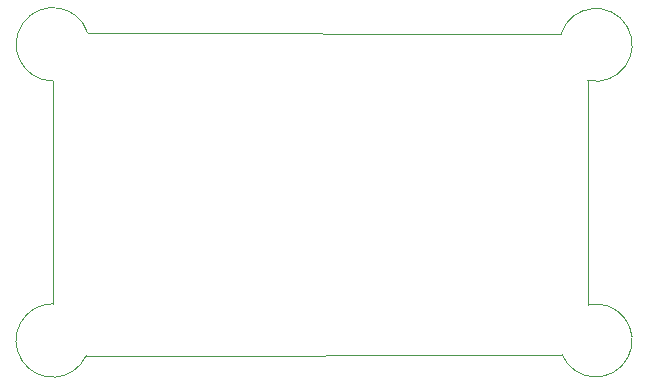
<source format=gm1>
%TF.GenerationSoftware,KiCad,Pcbnew,8.0.1*%
%TF.CreationDate,2024-07-18T02:30:48+05:30*%
%TF.ProjectId,MCU_datalogger_PCB,4d43555f-6461-4746-916c-6f676765725f,1*%
%TF.SameCoordinates,Original*%
%TF.FileFunction,Profile,NP*%
%FSLAX46Y46*%
G04 Gerber Fmt 4.6, Leading zero omitted, Abs format (unit mm)*
G04 Created by KiCad (PCBNEW 8.0.1) date 2024-07-18 02:30:48*
%MOMM*%
%LPD*%
G01*
G04 APERTURE LIST*
%TA.AperFunction,Profile*%
%ADD10C,0.100000*%
%TD*%
G04 APERTURE END LIST*
D10*
X112050000Y-107780000D02*
X152350000Y-107710000D01*
X152260001Y-80550000D02*
G75*
G02*
X154517278Y-84473978I2939999J-920000D01*
G01*
X109247880Y-84522220D02*
G75*
G02*
X112179999Y-80460000I-17880J3102220D01*
G01*
X154556777Y-103464603D02*
G75*
G02*
X152350001Y-107710000I633223J-3025397D01*
G01*
X112050000Y-107780000D02*
G75*
G02*
X109220000Y-103393990I-2830000J1280000D01*
G01*
X152260001Y-80550000D02*
X112180000Y-80460000D01*
X109247880Y-84522221D02*
X109220000Y-103393990D01*
X154556777Y-103464603D02*
X154517278Y-84473978D01*
M02*

</source>
